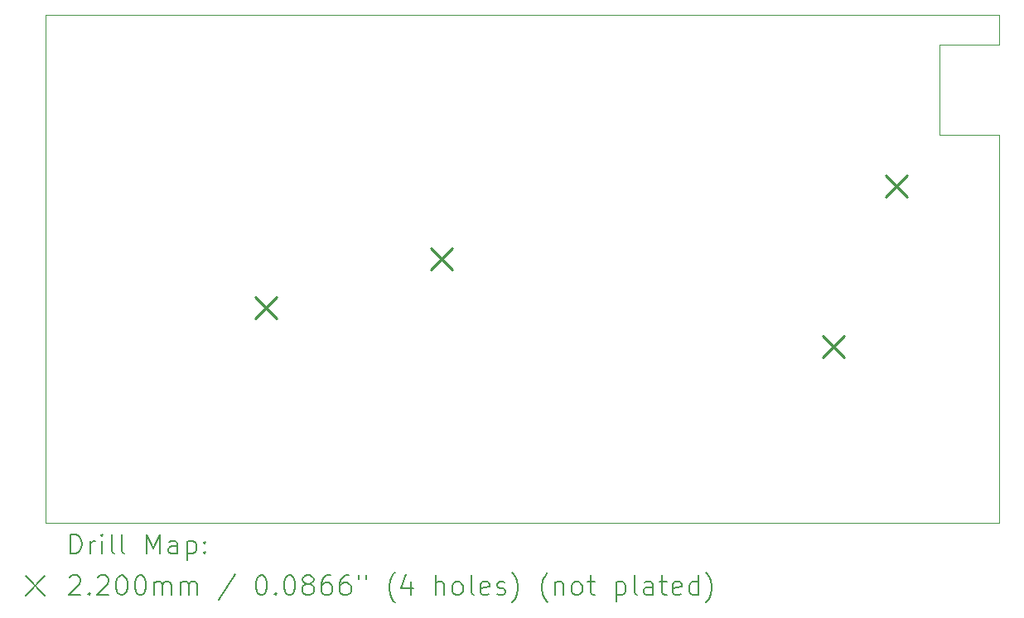
<source format=gbr>
%TF.GenerationSoftware,KiCad,Pcbnew,8.0.1-8.0.1-1~ubuntu22.04.1*%
%TF.CreationDate,2024-04-07T11:52:26+03:00*%
%TF.ProjectId,main-module,6d61696e-2d6d-46f6-9475-6c652e6b6963,rev?*%
%TF.SameCoordinates,Original*%
%TF.FileFunction,Drillmap*%
%TF.FilePolarity,Positive*%
%FSLAX45Y45*%
G04 Gerber Fmt 4.5, Leading zero omitted, Abs format (unit mm)*
G04 Created by KiCad (PCBNEW 8.0.1-8.0.1-1~ubuntu22.04.1) date 2024-04-07 11:52:26*
%MOMM*%
%LPD*%
G01*
G04 APERTURE LIST*
%ADD10C,0.100000*%
%ADD11C,0.120000*%
%ADD12C,0.200000*%
%ADD13C,0.220000*%
G04 APERTURE END LIST*
D10*
X5600000Y-9900000D02*
X15350000Y-9900000D01*
X5600000Y-4700000D02*
X5600000Y-9900000D01*
X15350000Y-4700000D02*
X5600000Y-4700000D01*
X15350000Y-6085000D02*
X15350000Y-9900000D01*
X15350000Y-4700000D02*
X15350000Y-4825000D01*
D11*
X14740000Y-5005000D02*
X14740000Y-5925000D01*
X14740000Y-5925000D02*
X15350000Y-5925000D01*
X15350000Y-4825000D02*
X15350000Y-5005000D01*
X15350000Y-5005000D02*
X14740000Y-5005000D01*
X15350000Y-5925000D02*
X15350000Y-6085000D01*
D12*
D13*
X7740000Y-7590000D02*
X7960000Y-7810000D01*
X7960000Y-7590000D02*
X7740000Y-7810000D01*
X9540000Y-7090000D02*
X9760000Y-7310000D01*
X9760000Y-7090000D02*
X9540000Y-7310000D01*
X13540000Y-7990000D02*
X13760000Y-8210000D01*
X13760000Y-7990000D02*
X13540000Y-8210000D01*
X14190000Y-6340000D02*
X14410000Y-6560000D01*
X14410000Y-6340000D02*
X14190000Y-6560000D01*
D12*
X5855777Y-10216484D02*
X5855777Y-10016484D01*
X5855777Y-10016484D02*
X5903396Y-10016484D01*
X5903396Y-10016484D02*
X5931967Y-10026008D01*
X5931967Y-10026008D02*
X5951015Y-10045055D01*
X5951015Y-10045055D02*
X5960539Y-10064103D01*
X5960539Y-10064103D02*
X5970062Y-10102198D01*
X5970062Y-10102198D02*
X5970062Y-10130770D01*
X5970062Y-10130770D02*
X5960539Y-10168865D01*
X5960539Y-10168865D02*
X5951015Y-10187912D01*
X5951015Y-10187912D02*
X5931967Y-10206960D01*
X5931967Y-10206960D02*
X5903396Y-10216484D01*
X5903396Y-10216484D02*
X5855777Y-10216484D01*
X6055777Y-10216484D02*
X6055777Y-10083150D01*
X6055777Y-10121246D02*
X6065301Y-10102198D01*
X6065301Y-10102198D02*
X6074824Y-10092674D01*
X6074824Y-10092674D02*
X6093872Y-10083150D01*
X6093872Y-10083150D02*
X6112920Y-10083150D01*
X6179586Y-10216484D02*
X6179586Y-10083150D01*
X6179586Y-10016484D02*
X6170062Y-10026008D01*
X6170062Y-10026008D02*
X6179586Y-10035531D01*
X6179586Y-10035531D02*
X6189110Y-10026008D01*
X6189110Y-10026008D02*
X6179586Y-10016484D01*
X6179586Y-10016484D02*
X6179586Y-10035531D01*
X6303396Y-10216484D02*
X6284348Y-10206960D01*
X6284348Y-10206960D02*
X6274824Y-10187912D01*
X6274824Y-10187912D02*
X6274824Y-10016484D01*
X6408158Y-10216484D02*
X6389110Y-10206960D01*
X6389110Y-10206960D02*
X6379586Y-10187912D01*
X6379586Y-10187912D02*
X6379586Y-10016484D01*
X6636729Y-10216484D02*
X6636729Y-10016484D01*
X6636729Y-10016484D02*
X6703396Y-10159341D01*
X6703396Y-10159341D02*
X6770062Y-10016484D01*
X6770062Y-10016484D02*
X6770062Y-10216484D01*
X6951015Y-10216484D02*
X6951015Y-10111722D01*
X6951015Y-10111722D02*
X6941491Y-10092674D01*
X6941491Y-10092674D02*
X6922443Y-10083150D01*
X6922443Y-10083150D02*
X6884348Y-10083150D01*
X6884348Y-10083150D02*
X6865301Y-10092674D01*
X6951015Y-10206960D02*
X6931967Y-10216484D01*
X6931967Y-10216484D02*
X6884348Y-10216484D01*
X6884348Y-10216484D02*
X6865301Y-10206960D01*
X6865301Y-10206960D02*
X6855777Y-10187912D01*
X6855777Y-10187912D02*
X6855777Y-10168865D01*
X6855777Y-10168865D02*
X6865301Y-10149817D01*
X6865301Y-10149817D02*
X6884348Y-10140293D01*
X6884348Y-10140293D02*
X6931967Y-10140293D01*
X6931967Y-10140293D02*
X6951015Y-10130770D01*
X7046253Y-10083150D02*
X7046253Y-10283150D01*
X7046253Y-10092674D02*
X7065301Y-10083150D01*
X7065301Y-10083150D02*
X7103396Y-10083150D01*
X7103396Y-10083150D02*
X7122443Y-10092674D01*
X7122443Y-10092674D02*
X7131967Y-10102198D01*
X7131967Y-10102198D02*
X7141491Y-10121246D01*
X7141491Y-10121246D02*
X7141491Y-10178389D01*
X7141491Y-10178389D02*
X7131967Y-10197436D01*
X7131967Y-10197436D02*
X7122443Y-10206960D01*
X7122443Y-10206960D02*
X7103396Y-10216484D01*
X7103396Y-10216484D02*
X7065301Y-10216484D01*
X7065301Y-10216484D02*
X7046253Y-10206960D01*
X7227205Y-10197436D02*
X7236729Y-10206960D01*
X7236729Y-10206960D02*
X7227205Y-10216484D01*
X7227205Y-10216484D02*
X7217682Y-10206960D01*
X7217682Y-10206960D02*
X7227205Y-10197436D01*
X7227205Y-10197436D02*
X7227205Y-10216484D01*
X7227205Y-10092674D02*
X7236729Y-10102198D01*
X7236729Y-10102198D02*
X7227205Y-10111722D01*
X7227205Y-10111722D02*
X7217682Y-10102198D01*
X7217682Y-10102198D02*
X7227205Y-10092674D01*
X7227205Y-10092674D02*
X7227205Y-10111722D01*
X5395000Y-10445000D02*
X5595000Y-10645000D01*
X5595000Y-10445000D02*
X5395000Y-10645000D01*
X5846253Y-10455531D02*
X5855777Y-10446008D01*
X5855777Y-10446008D02*
X5874824Y-10436484D01*
X5874824Y-10436484D02*
X5922443Y-10436484D01*
X5922443Y-10436484D02*
X5941491Y-10446008D01*
X5941491Y-10446008D02*
X5951015Y-10455531D01*
X5951015Y-10455531D02*
X5960539Y-10474579D01*
X5960539Y-10474579D02*
X5960539Y-10493627D01*
X5960539Y-10493627D02*
X5951015Y-10522198D01*
X5951015Y-10522198D02*
X5836729Y-10636484D01*
X5836729Y-10636484D02*
X5960539Y-10636484D01*
X6046253Y-10617436D02*
X6055777Y-10626960D01*
X6055777Y-10626960D02*
X6046253Y-10636484D01*
X6046253Y-10636484D02*
X6036729Y-10626960D01*
X6036729Y-10626960D02*
X6046253Y-10617436D01*
X6046253Y-10617436D02*
X6046253Y-10636484D01*
X6131967Y-10455531D02*
X6141491Y-10446008D01*
X6141491Y-10446008D02*
X6160539Y-10436484D01*
X6160539Y-10436484D02*
X6208158Y-10436484D01*
X6208158Y-10436484D02*
X6227205Y-10446008D01*
X6227205Y-10446008D02*
X6236729Y-10455531D01*
X6236729Y-10455531D02*
X6246253Y-10474579D01*
X6246253Y-10474579D02*
X6246253Y-10493627D01*
X6246253Y-10493627D02*
X6236729Y-10522198D01*
X6236729Y-10522198D02*
X6122443Y-10636484D01*
X6122443Y-10636484D02*
X6246253Y-10636484D01*
X6370062Y-10436484D02*
X6389110Y-10436484D01*
X6389110Y-10436484D02*
X6408158Y-10446008D01*
X6408158Y-10446008D02*
X6417682Y-10455531D01*
X6417682Y-10455531D02*
X6427205Y-10474579D01*
X6427205Y-10474579D02*
X6436729Y-10512674D01*
X6436729Y-10512674D02*
X6436729Y-10560293D01*
X6436729Y-10560293D02*
X6427205Y-10598389D01*
X6427205Y-10598389D02*
X6417682Y-10617436D01*
X6417682Y-10617436D02*
X6408158Y-10626960D01*
X6408158Y-10626960D02*
X6389110Y-10636484D01*
X6389110Y-10636484D02*
X6370062Y-10636484D01*
X6370062Y-10636484D02*
X6351015Y-10626960D01*
X6351015Y-10626960D02*
X6341491Y-10617436D01*
X6341491Y-10617436D02*
X6331967Y-10598389D01*
X6331967Y-10598389D02*
X6322443Y-10560293D01*
X6322443Y-10560293D02*
X6322443Y-10512674D01*
X6322443Y-10512674D02*
X6331967Y-10474579D01*
X6331967Y-10474579D02*
X6341491Y-10455531D01*
X6341491Y-10455531D02*
X6351015Y-10446008D01*
X6351015Y-10446008D02*
X6370062Y-10436484D01*
X6560539Y-10436484D02*
X6579586Y-10436484D01*
X6579586Y-10436484D02*
X6598634Y-10446008D01*
X6598634Y-10446008D02*
X6608158Y-10455531D01*
X6608158Y-10455531D02*
X6617682Y-10474579D01*
X6617682Y-10474579D02*
X6627205Y-10512674D01*
X6627205Y-10512674D02*
X6627205Y-10560293D01*
X6627205Y-10560293D02*
X6617682Y-10598389D01*
X6617682Y-10598389D02*
X6608158Y-10617436D01*
X6608158Y-10617436D02*
X6598634Y-10626960D01*
X6598634Y-10626960D02*
X6579586Y-10636484D01*
X6579586Y-10636484D02*
X6560539Y-10636484D01*
X6560539Y-10636484D02*
X6541491Y-10626960D01*
X6541491Y-10626960D02*
X6531967Y-10617436D01*
X6531967Y-10617436D02*
X6522443Y-10598389D01*
X6522443Y-10598389D02*
X6512920Y-10560293D01*
X6512920Y-10560293D02*
X6512920Y-10512674D01*
X6512920Y-10512674D02*
X6522443Y-10474579D01*
X6522443Y-10474579D02*
X6531967Y-10455531D01*
X6531967Y-10455531D02*
X6541491Y-10446008D01*
X6541491Y-10446008D02*
X6560539Y-10436484D01*
X6712920Y-10636484D02*
X6712920Y-10503150D01*
X6712920Y-10522198D02*
X6722443Y-10512674D01*
X6722443Y-10512674D02*
X6741491Y-10503150D01*
X6741491Y-10503150D02*
X6770063Y-10503150D01*
X6770063Y-10503150D02*
X6789110Y-10512674D01*
X6789110Y-10512674D02*
X6798634Y-10531722D01*
X6798634Y-10531722D02*
X6798634Y-10636484D01*
X6798634Y-10531722D02*
X6808158Y-10512674D01*
X6808158Y-10512674D02*
X6827205Y-10503150D01*
X6827205Y-10503150D02*
X6855777Y-10503150D01*
X6855777Y-10503150D02*
X6874824Y-10512674D01*
X6874824Y-10512674D02*
X6884348Y-10531722D01*
X6884348Y-10531722D02*
X6884348Y-10636484D01*
X6979586Y-10636484D02*
X6979586Y-10503150D01*
X6979586Y-10522198D02*
X6989110Y-10512674D01*
X6989110Y-10512674D02*
X7008158Y-10503150D01*
X7008158Y-10503150D02*
X7036729Y-10503150D01*
X7036729Y-10503150D02*
X7055777Y-10512674D01*
X7055777Y-10512674D02*
X7065301Y-10531722D01*
X7065301Y-10531722D02*
X7065301Y-10636484D01*
X7065301Y-10531722D02*
X7074824Y-10512674D01*
X7074824Y-10512674D02*
X7093872Y-10503150D01*
X7093872Y-10503150D02*
X7122443Y-10503150D01*
X7122443Y-10503150D02*
X7141491Y-10512674D01*
X7141491Y-10512674D02*
X7151015Y-10531722D01*
X7151015Y-10531722D02*
X7151015Y-10636484D01*
X7541491Y-10426960D02*
X7370063Y-10684103D01*
X7798634Y-10436484D02*
X7817682Y-10436484D01*
X7817682Y-10436484D02*
X7836729Y-10446008D01*
X7836729Y-10446008D02*
X7846253Y-10455531D01*
X7846253Y-10455531D02*
X7855777Y-10474579D01*
X7855777Y-10474579D02*
X7865301Y-10512674D01*
X7865301Y-10512674D02*
X7865301Y-10560293D01*
X7865301Y-10560293D02*
X7855777Y-10598389D01*
X7855777Y-10598389D02*
X7846253Y-10617436D01*
X7846253Y-10617436D02*
X7836729Y-10626960D01*
X7836729Y-10626960D02*
X7817682Y-10636484D01*
X7817682Y-10636484D02*
X7798634Y-10636484D01*
X7798634Y-10636484D02*
X7779586Y-10626960D01*
X7779586Y-10626960D02*
X7770063Y-10617436D01*
X7770063Y-10617436D02*
X7760539Y-10598389D01*
X7760539Y-10598389D02*
X7751015Y-10560293D01*
X7751015Y-10560293D02*
X7751015Y-10512674D01*
X7751015Y-10512674D02*
X7760539Y-10474579D01*
X7760539Y-10474579D02*
X7770063Y-10455531D01*
X7770063Y-10455531D02*
X7779586Y-10446008D01*
X7779586Y-10446008D02*
X7798634Y-10436484D01*
X7951015Y-10617436D02*
X7960539Y-10626960D01*
X7960539Y-10626960D02*
X7951015Y-10636484D01*
X7951015Y-10636484D02*
X7941491Y-10626960D01*
X7941491Y-10626960D02*
X7951015Y-10617436D01*
X7951015Y-10617436D02*
X7951015Y-10636484D01*
X8084348Y-10436484D02*
X8103396Y-10436484D01*
X8103396Y-10436484D02*
X8122444Y-10446008D01*
X8122444Y-10446008D02*
X8131967Y-10455531D01*
X8131967Y-10455531D02*
X8141491Y-10474579D01*
X8141491Y-10474579D02*
X8151015Y-10512674D01*
X8151015Y-10512674D02*
X8151015Y-10560293D01*
X8151015Y-10560293D02*
X8141491Y-10598389D01*
X8141491Y-10598389D02*
X8131967Y-10617436D01*
X8131967Y-10617436D02*
X8122444Y-10626960D01*
X8122444Y-10626960D02*
X8103396Y-10636484D01*
X8103396Y-10636484D02*
X8084348Y-10636484D01*
X8084348Y-10636484D02*
X8065301Y-10626960D01*
X8065301Y-10626960D02*
X8055777Y-10617436D01*
X8055777Y-10617436D02*
X8046253Y-10598389D01*
X8046253Y-10598389D02*
X8036729Y-10560293D01*
X8036729Y-10560293D02*
X8036729Y-10512674D01*
X8036729Y-10512674D02*
X8046253Y-10474579D01*
X8046253Y-10474579D02*
X8055777Y-10455531D01*
X8055777Y-10455531D02*
X8065301Y-10446008D01*
X8065301Y-10446008D02*
X8084348Y-10436484D01*
X8265301Y-10522198D02*
X8246253Y-10512674D01*
X8246253Y-10512674D02*
X8236729Y-10503150D01*
X8236729Y-10503150D02*
X8227206Y-10484103D01*
X8227206Y-10484103D02*
X8227206Y-10474579D01*
X8227206Y-10474579D02*
X8236729Y-10455531D01*
X8236729Y-10455531D02*
X8246253Y-10446008D01*
X8246253Y-10446008D02*
X8265301Y-10436484D01*
X8265301Y-10436484D02*
X8303396Y-10436484D01*
X8303396Y-10436484D02*
X8322444Y-10446008D01*
X8322444Y-10446008D02*
X8331967Y-10455531D01*
X8331967Y-10455531D02*
X8341491Y-10474579D01*
X8341491Y-10474579D02*
X8341491Y-10484103D01*
X8341491Y-10484103D02*
X8331967Y-10503150D01*
X8331967Y-10503150D02*
X8322444Y-10512674D01*
X8322444Y-10512674D02*
X8303396Y-10522198D01*
X8303396Y-10522198D02*
X8265301Y-10522198D01*
X8265301Y-10522198D02*
X8246253Y-10531722D01*
X8246253Y-10531722D02*
X8236729Y-10541246D01*
X8236729Y-10541246D02*
X8227206Y-10560293D01*
X8227206Y-10560293D02*
X8227206Y-10598389D01*
X8227206Y-10598389D02*
X8236729Y-10617436D01*
X8236729Y-10617436D02*
X8246253Y-10626960D01*
X8246253Y-10626960D02*
X8265301Y-10636484D01*
X8265301Y-10636484D02*
X8303396Y-10636484D01*
X8303396Y-10636484D02*
X8322444Y-10626960D01*
X8322444Y-10626960D02*
X8331967Y-10617436D01*
X8331967Y-10617436D02*
X8341491Y-10598389D01*
X8341491Y-10598389D02*
X8341491Y-10560293D01*
X8341491Y-10560293D02*
X8331967Y-10541246D01*
X8331967Y-10541246D02*
X8322444Y-10531722D01*
X8322444Y-10531722D02*
X8303396Y-10522198D01*
X8512920Y-10436484D02*
X8474825Y-10436484D01*
X8474825Y-10436484D02*
X8455777Y-10446008D01*
X8455777Y-10446008D02*
X8446253Y-10455531D01*
X8446253Y-10455531D02*
X8427206Y-10484103D01*
X8427206Y-10484103D02*
X8417682Y-10522198D01*
X8417682Y-10522198D02*
X8417682Y-10598389D01*
X8417682Y-10598389D02*
X8427206Y-10617436D01*
X8427206Y-10617436D02*
X8436729Y-10626960D01*
X8436729Y-10626960D02*
X8455777Y-10636484D01*
X8455777Y-10636484D02*
X8493872Y-10636484D01*
X8493872Y-10636484D02*
X8512920Y-10626960D01*
X8512920Y-10626960D02*
X8522444Y-10617436D01*
X8522444Y-10617436D02*
X8531968Y-10598389D01*
X8531968Y-10598389D02*
X8531968Y-10550770D01*
X8531968Y-10550770D02*
X8522444Y-10531722D01*
X8522444Y-10531722D02*
X8512920Y-10522198D01*
X8512920Y-10522198D02*
X8493872Y-10512674D01*
X8493872Y-10512674D02*
X8455777Y-10512674D01*
X8455777Y-10512674D02*
X8436729Y-10522198D01*
X8436729Y-10522198D02*
X8427206Y-10531722D01*
X8427206Y-10531722D02*
X8417682Y-10550770D01*
X8703396Y-10436484D02*
X8665301Y-10436484D01*
X8665301Y-10436484D02*
X8646253Y-10446008D01*
X8646253Y-10446008D02*
X8636729Y-10455531D01*
X8636729Y-10455531D02*
X8617682Y-10484103D01*
X8617682Y-10484103D02*
X8608158Y-10522198D01*
X8608158Y-10522198D02*
X8608158Y-10598389D01*
X8608158Y-10598389D02*
X8617682Y-10617436D01*
X8617682Y-10617436D02*
X8627206Y-10626960D01*
X8627206Y-10626960D02*
X8646253Y-10636484D01*
X8646253Y-10636484D02*
X8684349Y-10636484D01*
X8684349Y-10636484D02*
X8703396Y-10626960D01*
X8703396Y-10626960D02*
X8712920Y-10617436D01*
X8712920Y-10617436D02*
X8722444Y-10598389D01*
X8722444Y-10598389D02*
X8722444Y-10550770D01*
X8722444Y-10550770D02*
X8712920Y-10531722D01*
X8712920Y-10531722D02*
X8703396Y-10522198D01*
X8703396Y-10522198D02*
X8684349Y-10512674D01*
X8684349Y-10512674D02*
X8646253Y-10512674D01*
X8646253Y-10512674D02*
X8627206Y-10522198D01*
X8627206Y-10522198D02*
X8617682Y-10531722D01*
X8617682Y-10531722D02*
X8608158Y-10550770D01*
X8798634Y-10436484D02*
X8798634Y-10474579D01*
X8874825Y-10436484D02*
X8874825Y-10474579D01*
X9170063Y-10712674D02*
X9160539Y-10703150D01*
X9160539Y-10703150D02*
X9141491Y-10674579D01*
X9141491Y-10674579D02*
X9131968Y-10655531D01*
X9131968Y-10655531D02*
X9122444Y-10626960D01*
X9122444Y-10626960D02*
X9112920Y-10579341D01*
X9112920Y-10579341D02*
X9112920Y-10541246D01*
X9112920Y-10541246D02*
X9122444Y-10493627D01*
X9122444Y-10493627D02*
X9131968Y-10465055D01*
X9131968Y-10465055D02*
X9141491Y-10446008D01*
X9141491Y-10446008D02*
X9160539Y-10417436D01*
X9160539Y-10417436D02*
X9170063Y-10407912D01*
X9331968Y-10503150D02*
X9331968Y-10636484D01*
X9284349Y-10426960D02*
X9236730Y-10569817D01*
X9236730Y-10569817D02*
X9360539Y-10569817D01*
X9589111Y-10636484D02*
X9589111Y-10436484D01*
X9674825Y-10636484D02*
X9674825Y-10531722D01*
X9674825Y-10531722D02*
X9665301Y-10512674D01*
X9665301Y-10512674D02*
X9646253Y-10503150D01*
X9646253Y-10503150D02*
X9617682Y-10503150D01*
X9617682Y-10503150D02*
X9598634Y-10512674D01*
X9598634Y-10512674D02*
X9589111Y-10522198D01*
X9798634Y-10636484D02*
X9779587Y-10626960D01*
X9779587Y-10626960D02*
X9770063Y-10617436D01*
X9770063Y-10617436D02*
X9760539Y-10598389D01*
X9760539Y-10598389D02*
X9760539Y-10541246D01*
X9760539Y-10541246D02*
X9770063Y-10522198D01*
X9770063Y-10522198D02*
X9779587Y-10512674D01*
X9779587Y-10512674D02*
X9798634Y-10503150D01*
X9798634Y-10503150D02*
X9827206Y-10503150D01*
X9827206Y-10503150D02*
X9846253Y-10512674D01*
X9846253Y-10512674D02*
X9855777Y-10522198D01*
X9855777Y-10522198D02*
X9865301Y-10541246D01*
X9865301Y-10541246D02*
X9865301Y-10598389D01*
X9865301Y-10598389D02*
X9855777Y-10617436D01*
X9855777Y-10617436D02*
X9846253Y-10626960D01*
X9846253Y-10626960D02*
X9827206Y-10636484D01*
X9827206Y-10636484D02*
X9798634Y-10636484D01*
X9979587Y-10636484D02*
X9960539Y-10626960D01*
X9960539Y-10626960D02*
X9951015Y-10607912D01*
X9951015Y-10607912D02*
X9951015Y-10436484D01*
X10131968Y-10626960D02*
X10112920Y-10636484D01*
X10112920Y-10636484D02*
X10074825Y-10636484D01*
X10074825Y-10636484D02*
X10055777Y-10626960D01*
X10055777Y-10626960D02*
X10046253Y-10607912D01*
X10046253Y-10607912D02*
X10046253Y-10531722D01*
X10046253Y-10531722D02*
X10055777Y-10512674D01*
X10055777Y-10512674D02*
X10074825Y-10503150D01*
X10074825Y-10503150D02*
X10112920Y-10503150D01*
X10112920Y-10503150D02*
X10131968Y-10512674D01*
X10131968Y-10512674D02*
X10141492Y-10531722D01*
X10141492Y-10531722D02*
X10141492Y-10550770D01*
X10141492Y-10550770D02*
X10046253Y-10569817D01*
X10217682Y-10626960D02*
X10236730Y-10636484D01*
X10236730Y-10636484D02*
X10274825Y-10636484D01*
X10274825Y-10636484D02*
X10293873Y-10626960D01*
X10293873Y-10626960D02*
X10303396Y-10607912D01*
X10303396Y-10607912D02*
X10303396Y-10598389D01*
X10303396Y-10598389D02*
X10293873Y-10579341D01*
X10293873Y-10579341D02*
X10274825Y-10569817D01*
X10274825Y-10569817D02*
X10246253Y-10569817D01*
X10246253Y-10569817D02*
X10227206Y-10560293D01*
X10227206Y-10560293D02*
X10217682Y-10541246D01*
X10217682Y-10541246D02*
X10217682Y-10531722D01*
X10217682Y-10531722D02*
X10227206Y-10512674D01*
X10227206Y-10512674D02*
X10246253Y-10503150D01*
X10246253Y-10503150D02*
X10274825Y-10503150D01*
X10274825Y-10503150D02*
X10293873Y-10512674D01*
X10370063Y-10712674D02*
X10379587Y-10703150D01*
X10379587Y-10703150D02*
X10398634Y-10674579D01*
X10398634Y-10674579D02*
X10408158Y-10655531D01*
X10408158Y-10655531D02*
X10417682Y-10626960D01*
X10417682Y-10626960D02*
X10427206Y-10579341D01*
X10427206Y-10579341D02*
X10427206Y-10541246D01*
X10427206Y-10541246D02*
X10417682Y-10493627D01*
X10417682Y-10493627D02*
X10408158Y-10465055D01*
X10408158Y-10465055D02*
X10398634Y-10446008D01*
X10398634Y-10446008D02*
X10379587Y-10417436D01*
X10379587Y-10417436D02*
X10370063Y-10407912D01*
X10731968Y-10712674D02*
X10722444Y-10703150D01*
X10722444Y-10703150D02*
X10703396Y-10674579D01*
X10703396Y-10674579D02*
X10693873Y-10655531D01*
X10693873Y-10655531D02*
X10684349Y-10626960D01*
X10684349Y-10626960D02*
X10674825Y-10579341D01*
X10674825Y-10579341D02*
X10674825Y-10541246D01*
X10674825Y-10541246D02*
X10684349Y-10493627D01*
X10684349Y-10493627D02*
X10693873Y-10465055D01*
X10693873Y-10465055D02*
X10703396Y-10446008D01*
X10703396Y-10446008D02*
X10722444Y-10417436D01*
X10722444Y-10417436D02*
X10731968Y-10407912D01*
X10808158Y-10503150D02*
X10808158Y-10636484D01*
X10808158Y-10522198D02*
X10817682Y-10512674D01*
X10817682Y-10512674D02*
X10836730Y-10503150D01*
X10836730Y-10503150D02*
X10865301Y-10503150D01*
X10865301Y-10503150D02*
X10884349Y-10512674D01*
X10884349Y-10512674D02*
X10893873Y-10531722D01*
X10893873Y-10531722D02*
X10893873Y-10636484D01*
X11017682Y-10636484D02*
X10998634Y-10626960D01*
X10998634Y-10626960D02*
X10989111Y-10617436D01*
X10989111Y-10617436D02*
X10979587Y-10598389D01*
X10979587Y-10598389D02*
X10979587Y-10541246D01*
X10979587Y-10541246D02*
X10989111Y-10522198D01*
X10989111Y-10522198D02*
X10998634Y-10512674D01*
X10998634Y-10512674D02*
X11017682Y-10503150D01*
X11017682Y-10503150D02*
X11046254Y-10503150D01*
X11046254Y-10503150D02*
X11065301Y-10512674D01*
X11065301Y-10512674D02*
X11074825Y-10522198D01*
X11074825Y-10522198D02*
X11084349Y-10541246D01*
X11084349Y-10541246D02*
X11084349Y-10598389D01*
X11084349Y-10598389D02*
X11074825Y-10617436D01*
X11074825Y-10617436D02*
X11065301Y-10626960D01*
X11065301Y-10626960D02*
X11046254Y-10636484D01*
X11046254Y-10636484D02*
X11017682Y-10636484D01*
X11141492Y-10503150D02*
X11217682Y-10503150D01*
X11170063Y-10436484D02*
X11170063Y-10607912D01*
X11170063Y-10607912D02*
X11179587Y-10626960D01*
X11179587Y-10626960D02*
X11198634Y-10636484D01*
X11198634Y-10636484D02*
X11217682Y-10636484D01*
X11436730Y-10503150D02*
X11436730Y-10703150D01*
X11436730Y-10512674D02*
X11455777Y-10503150D01*
X11455777Y-10503150D02*
X11493873Y-10503150D01*
X11493873Y-10503150D02*
X11512920Y-10512674D01*
X11512920Y-10512674D02*
X11522444Y-10522198D01*
X11522444Y-10522198D02*
X11531968Y-10541246D01*
X11531968Y-10541246D02*
X11531968Y-10598389D01*
X11531968Y-10598389D02*
X11522444Y-10617436D01*
X11522444Y-10617436D02*
X11512920Y-10626960D01*
X11512920Y-10626960D02*
X11493873Y-10636484D01*
X11493873Y-10636484D02*
X11455777Y-10636484D01*
X11455777Y-10636484D02*
X11436730Y-10626960D01*
X11646253Y-10636484D02*
X11627206Y-10626960D01*
X11627206Y-10626960D02*
X11617682Y-10607912D01*
X11617682Y-10607912D02*
X11617682Y-10436484D01*
X11808158Y-10636484D02*
X11808158Y-10531722D01*
X11808158Y-10531722D02*
X11798634Y-10512674D01*
X11798634Y-10512674D02*
X11779587Y-10503150D01*
X11779587Y-10503150D02*
X11741492Y-10503150D01*
X11741492Y-10503150D02*
X11722444Y-10512674D01*
X11808158Y-10626960D02*
X11789111Y-10636484D01*
X11789111Y-10636484D02*
X11741492Y-10636484D01*
X11741492Y-10636484D02*
X11722444Y-10626960D01*
X11722444Y-10626960D02*
X11712920Y-10607912D01*
X11712920Y-10607912D02*
X11712920Y-10588865D01*
X11712920Y-10588865D02*
X11722444Y-10569817D01*
X11722444Y-10569817D02*
X11741492Y-10560293D01*
X11741492Y-10560293D02*
X11789111Y-10560293D01*
X11789111Y-10560293D02*
X11808158Y-10550770D01*
X11874825Y-10503150D02*
X11951015Y-10503150D01*
X11903396Y-10436484D02*
X11903396Y-10607912D01*
X11903396Y-10607912D02*
X11912920Y-10626960D01*
X11912920Y-10626960D02*
X11931968Y-10636484D01*
X11931968Y-10636484D02*
X11951015Y-10636484D01*
X12093873Y-10626960D02*
X12074825Y-10636484D01*
X12074825Y-10636484D02*
X12036730Y-10636484D01*
X12036730Y-10636484D02*
X12017682Y-10626960D01*
X12017682Y-10626960D02*
X12008158Y-10607912D01*
X12008158Y-10607912D02*
X12008158Y-10531722D01*
X12008158Y-10531722D02*
X12017682Y-10512674D01*
X12017682Y-10512674D02*
X12036730Y-10503150D01*
X12036730Y-10503150D02*
X12074825Y-10503150D01*
X12074825Y-10503150D02*
X12093873Y-10512674D01*
X12093873Y-10512674D02*
X12103396Y-10531722D01*
X12103396Y-10531722D02*
X12103396Y-10550770D01*
X12103396Y-10550770D02*
X12008158Y-10569817D01*
X12274825Y-10636484D02*
X12274825Y-10436484D01*
X12274825Y-10626960D02*
X12255777Y-10636484D01*
X12255777Y-10636484D02*
X12217682Y-10636484D01*
X12217682Y-10636484D02*
X12198634Y-10626960D01*
X12198634Y-10626960D02*
X12189111Y-10617436D01*
X12189111Y-10617436D02*
X12179587Y-10598389D01*
X12179587Y-10598389D02*
X12179587Y-10541246D01*
X12179587Y-10541246D02*
X12189111Y-10522198D01*
X12189111Y-10522198D02*
X12198634Y-10512674D01*
X12198634Y-10512674D02*
X12217682Y-10503150D01*
X12217682Y-10503150D02*
X12255777Y-10503150D01*
X12255777Y-10503150D02*
X12274825Y-10512674D01*
X12351015Y-10712674D02*
X12360539Y-10703150D01*
X12360539Y-10703150D02*
X12379587Y-10674579D01*
X12379587Y-10674579D02*
X12389111Y-10655531D01*
X12389111Y-10655531D02*
X12398634Y-10626960D01*
X12398634Y-10626960D02*
X12408158Y-10579341D01*
X12408158Y-10579341D02*
X12408158Y-10541246D01*
X12408158Y-10541246D02*
X12398634Y-10493627D01*
X12398634Y-10493627D02*
X12389111Y-10465055D01*
X12389111Y-10465055D02*
X12379587Y-10446008D01*
X12379587Y-10446008D02*
X12360539Y-10417436D01*
X12360539Y-10417436D02*
X12351015Y-10407912D01*
M02*

</source>
